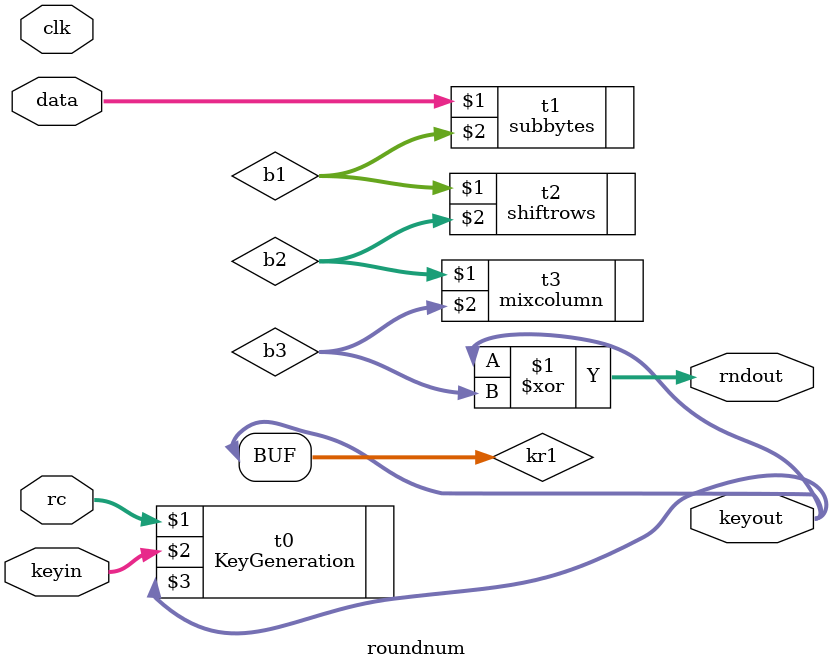
<source format=v>
`timescale 1ns / 1ps

module roundnum(rc,data,keyin,keyout,rndout,clk);

input [3:0]rc;
input [127:0]data;
input [127:0]keyin;
output [127:0]keyout;
output [127:0]rndout;
input clk;

reg [127:0]a1,a2,a3;
wire [127:0]b1,b2,b3;
//wire [127:0] sb,sr,mcl;

reg [127:0]ka1,ka2,ka3;
wire [127:0]kr1,kr2,kr3;

KeyGeneration t0(rc,keyin,kr1);

subbytes t1(data,b1);
shiftrows t2(b1,b2);
mixcolumn t3(b2,b3);

assign keyout=kr1;
assign rndout= keyout^b3;


//always @(posedge clk)
//    begin
//        a1<=b1;
//        a2<=b2;
//        a3<=b3;
//        ka1<=kr1;
//        ka2<=ka1;
//        ka3<=ka2;
//    end
endmodule

</source>
